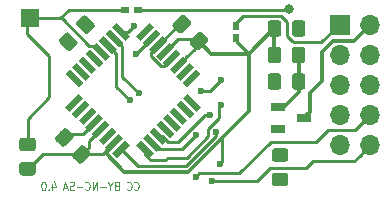
<source format=gbr>
G04 #@! TF.GenerationSoftware,KiCad,Pcbnew,(5.1.6)-1*
G04 #@! TF.CreationDate,2020-11-13T23:12:39+01:00*
G04 #@! TF.ProjectId,AskSin-Analyzer-XS-RPi,41736b53-696e-42d4-916e-616c797a6572,rev?*
G04 #@! TF.SameCoordinates,Original*
G04 #@! TF.FileFunction,Copper,L2,Bot*
G04 #@! TF.FilePolarity,Positive*
%FSLAX46Y46*%
G04 Gerber Fmt 4.6, Leading zero omitted, Abs format (unit mm)*
G04 Created by KiCad (PCBNEW (5.1.6)-1) date 2020-11-13 23:12:39*
%MOMM*%
%LPD*%
G01*
G04 APERTURE LIST*
G04 #@! TA.AperFunction,NonConductor*
%ADD10C,0.110000*%
G04 #@! TD*
G04 #@! TA.AperFunction,SMDPad,CuDef*
%ADD11R,0.500000X0.800000*%
G04 #@! TD*
G04 #@! TA.AperFunction,SMDPad,CuDef*
%ADD12R,0.800000X0.500000*%
G04 #@! TD*
G04 #@! TA.AperFunction,SMDPad,CuDef*
%ADD13R,1.500000X1.500000*%
G04 #@! TD*
G04 #@! TA.AperFunction,SMDPad,CuDef*
%ADD14R,1.200000X0.800000*%
G04 #@! TD*
G04 #@! TA.AperFunction,ComponentPad*
%ADD15O,1.700000X1.700000*%
G04 #@! TD*
G04 #@! TA.AperFunction,ComponentPad*
%ADD16R,1.700000X1.700000*%
G04 #@! TD*
G04 #@! TA.AperFunction,SMDPad,CuDef*
%ADD17C,0.100000*%
G04 #@! TD*
G04 #@! TA.AperFunction,ViaPad*
%ADD18C,0.600000*%
G04 #@! TD*
G04 #@! TA.AperFunction,ViaPad*
%ADD19C,0.800000*%
G04 #@! TD*
G04 #@! TA.AperFunction,Conductor*
%ADD20C,0.250000*%
G04 #@! TD*
G04 #@! TA.AperFunction,Conductor*
%ADD21C,0.300000*%
G04 #@! TD*
G04 APERTURE END LIST*
D10*
X145557142Y-99500000D02*
X145585714Y-99533333D01*
X145671428Y-99566666D01*
X145728571Y-99566666D01*
X145814285Y-99533333D01*
X145871428Y-99466666D01*
X145900000Y-99400000D01*
X145928571Y-99266666D01*
X145928571Y-99166666D01*
X145900000Y-99033333D01*
X145871428Y-98966666D01*
X145814285Y-98900000D01*
X145728571Y-98866666D01*
X145671428Y-98866666D01*
X145585714Y-98900000D01*
X145557142Y-98933333D01*
X144957142Y-99500000D02*
X144985714Y-99533333D01*
X145071428Y-99566666D01*
X145128571Y-99566666D01*
X145214285Y-99533333D01*
X145271428Y-99466666D01*
X145300000Y-99400000D01*
X145328571Y-99266666D01*
X145328571Y-99166666D01*
X145300000Y-99033333D01*
X145271428Y-98966666D01*
X145214285Y-98900000D01*
X145128571Y-98866666D01*
X145071428Y-98866666D01*
X144985714Y-98900000D01*
X144957142Y-98933333D01*
X144042857Y-99200000D02*
X143957142Y-99233333D01*
X143928571Y-99266666D01*
X143900000Y-99333333D01*
X143900000Y-99433333D01*
X143928571Y-99500000D01*
X143957142Y-99533333D01*
X144014285Y-99566666D01*
X144242857Y-99566666D01*
X144242857Y-98866666D01*
X144042857Y-98866666D01*
X143985714Y-98900000D01*
X143957142Y-98933333D01*
X143928571Y-99000000D01*
X143928571Y-99066666D01*
X143957142Y-99133333D01*
X143985714Y-99166666D01*
X144042857Y-99200000D01*
X144242857Y-99200000D01*
X143528571Y-99233333D02*
X143528571Y-99566666D01*
X143728571Y-98866666D02*
X143528571Y-99233333D01*
X143328571Y-98866666D01*
X143128571Y-99300000D02*
X142671428Y-99300000D01*
X142385714Y-99566666D02*
X142385714Y-98866666D01*
X142042857Y-99566666D01*
X142042857Y-98866666D01*
X141414285Y-99500000D02*
X141442857Y-99533333D01*
X141528571Y-99566666D01*
X141585714Y-99566666D01*
X141671428Y-99533333D01*
X141728571Y-99466666D01*
X141757142Y-99400000D01*
X141785714Y-99266666D01*
X141785714Y-99166666D01*
X141757142Y-99033333D01*
X141728571Y-98966666D01*
X141671428Y-98900000D01*
X141585714Y-98866666D01*
X141528571Y-98866666D01*
X141442857Y-98900000D01*
X141414285Y-98933333D01*
X141157142Y-99300000D02*
X140700000Y-99300000D01*
X140442857Y-99533333D02*
X140357142Y-99566666D01*
X140214285Y-99566666D01*
X140157142Y-99533333D01*
X140128571Y-99500000D01*
X140100000Y-99433333D01*
X140100000Y-99366666D01*
X140128571Y-99300000D01*
X140157142Y-99266666D01*
X140214285Y-99233333D01*
X140328571Y-99200000D01*
X140385714Y-99166666D01*
X140414285Y-99133333D01*
X140442857Y-99066666D01*
X140442857Y-99000000D01*
X140414285Y-98933333D01*
X140385714Y-98900000D01*
X140328571Y-98866666D01*
X140185714Y-98866666D01*
X140100000Y-98900000D01*
X139871428Y-99366666D02*
X139585714Y-99366666D01*
X139928571Y-99566666D02*
X139728571Y-98866666D01*
X139528571Y-99566666D01*
X138614285Y-99100000D02*
X138614285Y-99566666D01*
X138757142Y-98833333D02*
X138900000Y-99333333D01*
X138528571Y-99333333D01*
X138300000Y-99500000D02*
X138271428Y-99533333D01*
X138300000Y-99566666D01*
X138328571Y-99533333D01*
X138300000Y-99500000D01*
X138300000Y-99566666D01*
X137900000Y-98866666D02*
X137842857Y-98866666D01*
X137785714Y-98900000D01*
X137757142Y-98933333D01*
X137728571Y-99000000D01*
X137700000Y-99133333D01*
X137700000Y-99300000D01*
X137728571Y-99433333D01*
X137757142Y-99500000D01*
X137785714Y-99533333D01*
X137842857Y-99566666D01*
X137900000Y-99566666D01*
X137957142Y-99533333D01*
X137985714Y-99500000D01*
X138014285Y-99433333D01*
X138042857Y-99300000D01*
X138042857Y-99133333D01*
X138014285Y-99000000D01*
X137985714Y-98933333D01*
X137957142Y-98900000D01*
X137900000Y-98866666D01*
D11*
X154200000Y-86700000D03*
X154200000Y-85700000D03*
D12*
X144800000Y-84300000D03*
X145850000Y-84300000D03*
D13*
X136700000Y-85050000D03*
D14*
X157700000Y-94450000D03*
X157700000Y-92550000D03*
X159950000Y-93500000D03*
G04 #@! TA.AperFunction,SMDPad,CuDef*
G36*
G01*
X160050000Y-87699999D02*
X160050000Y-88600001D01*
G75*
G02*
X159800001Y-88850000I-249999J0D01*
G01*
X159149999Y-88850000D01*
G75*
G02*
X158900000Y-88600001I0J249999D01*
G01*
X158900000Y-87699999D01*
G75*
G02*
X159149999Y-87450000I249999J0D01*
G01*
X159800001Y-87450000D01*
G75*
G02*
X160050000Y-87699999I0J-249999D01*
G01*
G37*
G04 #@! TD.AperFunction*
G04 #@! TA.AperFunction,SMDPad,CuDef*
G36*
G01*
X158000000Y-87699999D02*
X158000000Y-88600001D01*
G75*
G02*
X157750001Y-88850000I-249999J0D01*
G01*
X157099999Y-88850000D01*
G75*
G02*
X156850000Y-88600001I0J249999D01*
G01*
X156850000Y-87699999D01*
G75*
G02*
X157099999Y-87450000I249999J0D01*
G01*
X157750001Y-87450000D01*
G75*
G02*
X158000000Y-87699999I0J-249999D01*
G01*
G37*
G04 #@! TD.AperFunction*
D15*
X165540000Y-95760000D03*
X163000000Y-95760000D03*
X165540000Y-93220000D03*
X163000000Y-93220000D03*
X165540000Y-90680000D03*
X163000000Y-90680000D03*
X165540000Y-88140000D03*
X163000000Y-88140000D03*
X165540000Y-85600000D03*
D16*
X163000000Y-85600000D03*
G04 #@! TA.AperFunction,SMDPad,CuDef*
G36*
G01*
X136975001Y-96300000D02*
X136074999Y-96300000D01*
G75*
G02*
X135825000Y-96050001I0J249999D01*
G01*
X135825000Y-95399999D01*
G75*
G02*
X136074999Y-95150000I249999J0D01*
G01*
X136975001Y-95150000D01*
G75*
G02*
X137225000Y-95399999I0J-249999D01*
G01*
X137225000Y-96050001D01*
G75*
G02*
X136975001Y-96300000I-249999J0D01*
G01*
G37*
G04 #@! TD.AperFunction*
G04 #@! TA.AperFunction,SMDPad,CuDef*
G36*
G01*
X136975001Y-98350000D02*
X136074999Y-98350000D01*
G75*
G02*
X135825000Y-98100001I0J249999D01*
G01*
X135825000Y-97449999D01*
G75*
G02*
X136074999Y-97200000I249999J0D01*
G01*
X136975001Y-97200000D01*
G75*
G02*
X137225000Y-97449999I0J-249999D01*
G01*
X137225000Y-98100001D01*
G75*
G02*
X136975001Y-98350000I-249999J0D01*
G01*
G37*
G04 #@! TD.AperFunction*
G04 #@! TA.AperFunction,SMDPad,CuDef*
G36*
G01*
X140063604Y-86299999D02*
X140700001Y-86936396D01*
G75*
G02*
X140700001Y-87289948I-176776J-176776D01*
G01*
X140240380Y-87749569D01*
G75*
G02*
X139886828Y-87749569I-176776J176776D01*
G01*
X139250431Y-87113172D01*
G75*
G02*
X139250431Y-86759620I176776J176776D01*
G01*
X139710052Y-86299999D01*
G75*
G02*
X140063604Y-86299999I176776J-176776D01*
G01*
G37*
G04 #@! TD.AperFunction*
G04 #@! TA.AperFunction,SMDPad,CuDef*
G36*
G01*
X141513172Y-84850431D02*
X142149569Y-85486828D01*
G75*
G02*
X142149569Y-85840380I-176776J-176776D01*
G01*
X141689948Y-86300001D01*
G75*
G02*
X141336396Y-86300001I-176776J176776D01*
G01*
X140699999Y-85663604D01*
G75*
G02*
X140699999Y-85310052I176776J176776D01*
G01*
X141159620Y-84850431D01*
G75*
G02*
X141513172Y-84850431I176776J-176776D01*
G01*
G37*
G04 #@! TD.AperFunction*
G04 #@! TA.AperFunction,SMDPad,CuDef*
G36*
G01*
X158350001Y-97200000D02*
X157449999Y-97200000D01*
G75*
G02*
X157200000Y-96950001I0J249999D01*
G01*
X157200000Y-96299999D01*
G75*
G02*
X157449999Y-96050000I249999J0D01*
G01*
X158350001Y-96050000D01*
G75*
G02*
X158600000Y-96299999I0J-249999D01*
G01*
X158600000Y-96950001D01*
G75*
G02*
X158350001Y-97200000I-249999J0D01*
G01*
G37*
G04 #@! TD.AperFunction*
G04 #@! TA.AperFunction,SMDPad,CuDef*
G36*
G01*
X158350001Y-99250000D02*
X157449999Y-99250000D01*
G75*
G02*
X157200000Y-99000001I0J249999D01*
G01*
X157200000Y-98349999D01*
G75*
G02*
X157449999Y-98100000I249999J0D01*
G01*
X158350001Y-98100000D01*
G75*
G02*
X158600000Y-98349999I0J-249999D01*
G01*
X158600000Y-99000001D01*
G75*
G02*
X158350001Y-99250000I-249999J0D01*
G01*
G37*
G04 #@! TD.AperFunction*
G04 #@! TA.AperFunction,SMDPad,CuDef*
G36*
G01*
X140350001Y-95213604D02*
X139713604Y-95850001D01*
G75*
G02*
X139360052Y-95850001I-176776J176776D01*
G01*
X138900431Y-95390380D01*
G75*
G02*
X138900431Y-95036828I176776J176776D01*
G01*
X139536828Y-94400431D01*
G75*
G02*
X139890380Y-94400431I176776J-176776D01*
G01*
X140350001Y-94860052D01*
G75*
G02*
X140350001Y-95213604I-176776J-176776D01*
G01*
G37*
G04 #@! TD.AperFunction*
G04 #@! TA.AperFunction,SMDPad,CuDef*
G36*
G01*
X141799569Y-96663172D02*
X141163172Y-97299569D01*
G75*
G02*
X140809620Y-97299569I-176776J176776D01*
G01*
X140349999Y-96839948D01*
G75*
G02*
X140349999Y-96486396I176776J176776D01*
G01*
X140986396Y-95849999D01*
G75*
G02*
X141339948Y-95849999I176776J-176776D01*
G01*
X141799569Y-96309620D01*
G75*
G02*
X141799569Y-96663172I-176776J-176776D01*
G01*
G37*
G04 #@! TD.AperFunction*
G04 #@! TA.AperFunction,SMDPad,CuDef*
G36*
G01*
X150300001Y-85613604D02*
X149663604Y-86250001D01*
G75*
G02*
X149310052Y-86250001I-176776J176776D01*
G01*
X148850431Y-85790380D01*
G75*
G02*
X148850431Y-85436828I176776J176776D01*
G01*
X149486828Y-84800431D01*
G75*
G02*
X149840380Y-84800431I176776J-176776D01*
G01*
X150300001Y-85260052D01*
G75*
G02*
X150300001Y-85613604I-176776J-176776D01*
G01*
G37*
G04 #@! TD.AperFunction*
G04 #@! TA.AperFunction,SMDPad,CuDef*
G36*
G01*
X151749569Y-87063172D02*
X151113172Y-87699569D01*
G75*
G02*
X150759620Y-87699569I-176776J176776D01*
G01*
X150299999Y-87239948D01*
G75*
G02*
X150299999Y-86886396I176776J176776D01*
G01*
X150936396Y-86249999D01*
G75*
G02*
X151289948Y-86249999I176776J-176776D01*
G01*
X151749569Y-86709620D01*
G75*
G02*
X151749569Y-87063172I-176776J-176776D01*
G01*
G37*
G04 #@! TD.AperFunction*
G04 #@! TA.AperFunction,SMDPad,CuDef*
D17*
G36*
X145184835Y-86536128D02*
G01*
X144795926Y-86925037D01*
X143664555Y-85793666D01*
X144053464Y-85404757D01*
X145184835Y-86536128D01*
G37*
G04 #@! TD.AperFunction*
G04 #@! TA.AperFunction,SMDPad,CuDef*
G36*
X144619150Y-87101814D02*
G01*
X144230241Y-87490723D01*
X143098870Y-86359352D01*
X143487779Y-85970443D01*
X144619150Y-87101814D01*
G37*
G04 #@! TD.AperFunction*
G04 #@! TA.AperFunction,SMDPad,CuDef*
G36*
X144053464Y-87667499D02*
G01*
X143664555Y-88056408D01*
X142533184Y-86925037D01*
X142922093Y-86536128D01*
X144053464Y-87667499D01*
G37*
G04 #@! TD.AperFunction*
G04 #@! TA.AperFunction,SMDPad,CuDef*
G36*
X143487779Y-88233184D02*
G01*
X143098870Y-88622093D01*
X141967499Y-87490722D01*
X142356408Y-87101813D01*
X143487779Y-88233184D01*
G37*
G04 #@! TD.AperFunction*
G04 #@! TA.AperFunction,SMDPad,CuDef*
G36*
X142922093Y-88798870D02*
G01*
X142533184Y-89187779D01*
X141401813Y-88056408D01*
X141790722Y-87667499D01*
X142922093Y-88798870D01*
G37*
G04 #@! TD.AperFunction*
G04 #@! TA.AperFunction,SMDPad,CuDef*
G36*
X142356408Y-89364555D02*
G01*
X141967499Y-89753464D01*
X140836128Y-88622093D01*
X141225037Y-88233184D01*
X142356408Y-89364555D01*
G37*
G04 #@! TD.AperFunction*
G04 #@! TA.AperFunction,SMDPad,CuDef*
G36*
X141790723Y-89930241D02*
G01*
X141401814Y-90319150D01*
X140270443Y-89187779D01*
X140659352Y-88798870D01*
X141790723Y-89930241D01*
G37*
G04 #@! TD.AperFunction*
G04 #@! TA.AperFunction,SMDPad,CuDef*
G36*
X141225037Y-90495926D02*
G01*
X140836128Y-90884835D01*
X139704757Y-89753464D01*
X140093666Y-89364555D01*
X141225037Y-90495926D01*
G37*
G04 #@! TD.AperFunction*
G04 #@! TA.AperFunction,SMDPad,CuDef*
G36*
X140836128Y-91415165D02*
G01*
X141225037Y-91804074D01*
X140093666Y-92935445D01*
X139704757Y-92546536D01*
X140836128Y-91415165D01*
G37*
G04 #@! TD.AperFunction*
G04 #@! TA.AperFunction,SMDPad,CuDef*
G36*
X141401814Y-91980850D02*
G01*
X141790723Y-92369759D01*
X140659352Y-93501130D01*
X140270443Y-93112221D01*
X141401814Y-91980850D01*
G37*
G04 #@! TD.AperFunction*
G04 #@! TA.AperFunction,SMDPad,CuDef*
G36*
X141967499Y-92546536D02*
G01*
X142356408Y-92935445D01*
X141225037Y-94066816D01*
X140836128Y-93677907D01*
X141967499Y-92546536D01*
G37*
G04 #@! TD.AperFunction*
G04 #@! TA.AperFunction,SMDPad,CuDef*
G36*
X142533184Y-93112221D02*
G01*
X142922093Y-93501130D01*
X141790722Y-94632501D01*
X141401813Y-94243592D01*
X142533184Y-93112221D01*
G37*
G04 #@! TD.AperFunction*
G04 #@! TA.AperFunction,SMDPad,CuDef*
G36*
X143098870Y-93677907D02*
G01*
X143487779Y-94066816D01*
X142356408Y-95198187D01*
X141967499Y-94809278D01*
X143098870Y-93677907D01*
G37*
G04 #@! TD.AperFunction*
G04 #@! TA.AperFunction,SMDPad,CuDef*
G36*
X143664555Y-94243592D02*
G01*
X144053464Y-94632501D01*
X142922093Y-95763872D01*
X142533184Y-95374963D01*
X143664555Y-94243592D01*
G37*
G04 #@! TD.AperFunction*
G04 #@! TA.AperFunction,SMDPad,CuDef*
G36*
X144230241Y-94809277D02*
G01*
X144619150Y-95198186D01*
X143487779Y-96329557D01*
X143098870Y-95940648D01*
X144230241Y-94809277D01*
G37*
G04 #@! TD.AperFunction*
G04 #@! TA.AperFunction,SMDPad,CuDef*
G36*
X144795926Y-95374963D02*
G01*
X145184835Y-95763872D01*
X144053464Y-96895243D01*
X143664555Y-96506334D01*
X144795926Y-95374963D01*
G37*
G04 #@! TD.AperFunction*
G04 #@! TA.AperFunction,SMDPad,CuDef*
G36*
X147235445Y-96506334D02*
G01*
X146846536Y-96895243D01*
X145715165Y-95763872D01*
X146104074Y-95374963D01*
X147235445Y-96506334D01*
G37*
G04 #@! TD.AperFunction*
G04 #@! TA.AperFunction,SMDPad,CuDef*
G36*
X147801130Y-95940648D02*
G01*
X147412221Y-96329557D01*
X146280850Y-95198186D01*
X146669759Y-94809277D01*
X147801130Y-95940648D01*
G37*
G04 #@! TD.AperFunction*
G04 #@! TA.AperFunction,SMDPad,CuDef*
G36*
X148366816Y-95374963D02*
G01*
X147977907Y-95763872D01*
X146846536Y-94632501D01*
X147235445Y-94243592D01*
X148366816Y-95374963D01*
G37*
G04 #@! TD.AperFunction*
G04 #@! TA.AperFunction,SMDPad,CuDef*
G36*
X148932501Y-94809278D02*
G01*
X148543592Y-95198187D01*
X147412221Y-94066816D01*
X147801130Y-93677907D01*
X148932501Y-94809278D01*
G37*
G04 #@! TD.AperFunction*
G04 #@! TA.AperFunction,SMDPad,CuDef*
G36*
X149498187Y-94243592D02*
G01*
X149109278Y-94632501D01*
X147977907Y-93501130D01*
X148366816Y-93112221D01*
X149498187Y-94243592D01*
G37*
G04 #@! TD.AperFunction*
G04 #@! TA.AperFunction,SMDPad,CuDef*
G36*
X150063872Y-93677907D02*
G01*
X149674963Y-94066816D01*
X148543592Y-92935445D01*
X148932501Y-92546536D01*
X150063872Y-93677907D01*
G37*
G04 #@! TD.AperFunction*
G04 #@! TA.AperFunction,SMDPad,CuDef*
G36*
X150629557Y-93112221D02*
G01*
X150240648Y-93501130D01*
X149109277Y-92369759D01*
X149498186Y-91980850D01*
X150629557Y-93112221D01*
G37*
G04 #@! TD.AperFunction*
G04 #@! TA.AperFunction,SMDPad,CuDef*
G36*
X151195243Y-92546536D02*
G01*
X150806334Y-92935445D01*
X149674963Y-91804074D01*
X150063872Y-91415165D01*
X151195243Y-92546536D01*
G37*
G04 #@! TD.AperFunction*
G04 #@! TA.AperFunction,SMDPad,CuDef*
G36*
X150806334Y-89364555D02*
G01*
X151195243Y-89753464D01*
X150063872Y-90884835D01*
X149674963Y-90495926D01*
X150806334Y-89364555D01*
G37*
G04 #@! TD.AperFunction*
G04 #@! TA.AperFunction,SMDPad,CuDef*
G36*
X150240648Y-88798870D02*
G01*
X150629557Y-89187779D01*
X149498186Y-90319150D01*
X149109277Y-89930241D01*
X150240648Y-88798870D01*
G37*
G04 #@! TD.AperFunction*
G04 #@! TA.AperFunction,SMDPad,CuDef*
G36*
X149674963Y-88233184D02*
G01*
X150063872Y-88622093D01*
X148932501Y-89753464D01*
X148543592Y-89364555D01*
X149674963Y-88233184D01*
G37*
G04 #@! TD.AperFunction*
G04 #@! TA.AperFunction,SMDPad,CuDef*
G36*
X149109278Y-87667499D02*
G01*
X149498187Y-88056408D01*
X148366816Y-89187779D01*
X147977907Y-88798870D01*
X149109278Y-87667499D01*
G37*
G04 #@! TD.AperFunction*
G04 #@! TA.AperFunction,SMDPad,CuDef*
G36*
X148543592Y-87101813D02*
G01*
X148932501Y-87490722D01*
X147801130Y-88622093D01*
X147412221Y-88233184D01*
X148543592Y-87101813D01*
G37*
G04 #@! TD.AperFunction*
G04 #@! TA.AperFunction,SMDPad,CuDef*
G36*
X147977907Y-86536128D02*
G01*
X148366816Y-86925037D01*
X147235445Y-88056408D01*
X146846536Y-87667499D01*
X147977907Y-86536128D01*
G37*
G04 #@! TD.AperFunction*
G04 #@! TA.AperFunction,SMDPad,CuDef*
G36*
X147412221Y-85970443D02*
G01*
X147801130Y-86359352D01*
X146669759Y-87490723D01*
X146280850Y-87101814D01*
X147412221Y-85970443D01*
G37*
G04 #@! TD.AperFunction*
G04 #@! TA.AperFunction,SMDPad,CuDef*
G36*
X146846536Y-85404757D02*
G01*
X147235445Y-85793666D01*
X146104074Y-86925037D01*
X145715165Y-86536128D01*
X146846536Y-85404757D01*
G37*
G04 #@! TD.AperFunction*
G04 #@! TA.AperFunction,SMDPad,CuDef*
G36*
G01*
X158900000Y-86350001D02*
X158900000Y-85449999D01*
G75*
G02*
X159149999Y-85200000I249999J0D01*
G01*
X159800001Y-85200000D01*
G75*
G02*
X160050000Y-85449999I0J-249999D01*
G01*
X160050000Y-86350001D01*
G75*
G02*
X159800001Y-86600000I-249999J0D01*
G01*
X159149999Y-86600000D01*
G75*
G02*
X158900000Y-86350001I0J249999D01*
G01*
G37*
G04 #@! TD.AperFunction*
G04 #@! TA.AperFunction,SMDPad,CuDef*
G36*
G01*
X156850000Y-86350001D02*
X156850000Y-85449999D01*
G75*
G02*
X157099999Y-85200000I249999J0D01*
G01*
X157750001Y-85200000D01*
G75*
G02*
X158000000Y-85449999I0J-249999D01*
G01*
X158000000Y-86350001D01*
G75*
G02*
X157750001Y-86600000I-249999J0D01*
G01*
X157099999Y-86600000D01*
G75*
G02*
X156850000Y-86350001I0J249999D01*
G01*
G37*
G04 #@! TD.AperFunction*
G04 #@! TA.AperFunction,SMDPad,CuDef*
G36*
G01*
X158000000Y-89949999D02*
X158000000Y-90850001D01*
G75*
G02*
X157750001Y-91100000I-249999J0D01*
G01*
X157099999Y-91100000D01*
G75*
G02*
X156850000Y-90850001I0J249999D01*
G01*
X156850000Y-89949999D01*
G75*
G02*
X157099999Y-89700000I249999J0D01*
G01*
X157750001Y-89700000D01*
G75*
G02*
X158000000Y-89949999I0J-249999D01*
G01*
G37*
G04 #@! TD.AperFunction*
G04 #@! TA.AperFunction,SMDPad,CuDef*
G36*
G01*
X160050000Y-89949999D02*
X160050000Y-90850001D01*
G75*
G02*
X159800001Y-91100000I-249999J0D01*
G01*
X159149999Y-91100000D01*
G75*
G02*
X158900000Y-90850001I0J249999D01*
G01*
X158900000Y-89949999D01*
G75*
G02*
X159149999Y-89700000I249999J0D01*
G01*
X159800001Y-89700000D01*
G75*
G02*
X160050000Y-89949999I0J-249999D01*
G01*
G37*
G04 #@! TD.AperFunction*
D18*
X157750000Y-90500000D03*
X157850000Y-94450000D03*
X159500000Y-85950000D03*
X157900000Y-96600000D03*
X149775216Y-85325216D03*
X139490900Y-94834532D03*
X157900000Y-98800000D03*
X152800000Y-97350000D03*
X145917500Y-91392500D03*
X152100000Y-98800000D03*
X145200000Y-91975000D03*
X150775000Y-98475000D03*
X145500000Y-85650000D03*
X152500000Y-94650000D03*
X152925000Y-92350000D03*
X150750000Y-94950000D03*
X152000000Y-93200000D03*
X139950000Y-87000000D03*
X152907500Y-90267500D03*
X151200000Y-91200000D03*
X145700000Y-88050000D03*
X141500000Y-85450000D03*
D19*
X158650000Y-84250000D03*
D20*
X141525558Y-94508756D02*
X142161953Y-93872361D01*
X141199782Y-94834532D02*
X141525558Y-94508756D01*
X139490900Y-94834532D02*
X139490900Y-94834532D01*
X146970281Y-87932663D02*
X147606676Y-87296268D01*
X146970281Y-88250879D02*
X146970281Y-87932663D01*
X147783436Y-89064034D02*
X146970281Y-88250879D01*
X148101652Y-89064034D02*
X147783436Y-89064034D01*
X148738047Y-88427639D02*
X148101652Y-89064034D01*
X149577728Y-85325216D02*
X149775216Y-85325216D01*
X147606676Y-87296268D02*
X149577728Y-85325216D01*
X149775216Y-85325216D02*
X149775216Y-85325216D01*
X139490900Y-94834532D02*
X141199782Y-94834532D01*
D21*
X160400010Y-92949990D02*
X160400010Y-91363990D01*
X159850000Y-93500000D02*
X160400010Y-92949990D01*
X160400010Y-91363990D02*
X161457000Y-90307000D01*
X161457000Y-87906998D02*
X161457000Y-90307000D01*
X162423999Y-86939999D02*
X161457000Y-87906998D01*
X163576001Y-86939999D02*
X162423999Y-86939999D01*
X163586002Y-86950000D02*
X163576001Y-86939999D01*
X164190000Y-86950000D02*
X163586002Y-86950000D01*
X165540000Y-85600000D02*
X164190000Y-86950000D01*
D20*
X142727639Y-94496929D02*
X142727639Y-94438047D01*
X143144327Y-96284100D02*
X143222615Y-96205812D01*
X143144327Y-96284100D02*
X143214545Y-96213882D01*
X149940127Y-88356929D02*
X149303732Y-88993324D01*
X150659100Y-87637956D02*
X149940127Y-88356929D01*
X150659100Y-87340468D02*
X150659100Y-87637956D01*
X151224784Y-86774784D02*
X150659100Y-87340468D01*
X149259530Y-86774784D02*
X148172361Y-87861953D01*
X151224784Y-86774784D02*
X149259530Y-86774784D01*
D21*
X143222615Y-96205812D02*
X143859010Y-95569417D01*
X143222615Y-96559385D02*
X143222615Y-96205812D01*
X144713240Y-98050010D02*
X143222615Y-96559385D01*
X150108165Y-98050010D02*
X144713240Y-98050010D01*
X155275000Y-90800000D02*
X155275000Y-92883173D01*
X152966587Y-95191587D02*
X150108165Y-98050010D01*
X155275000Y-92883173D02*
X152966587Y-95191587D01*
X155275000Y-90800000D02*
X155275000Y-89900000D01*
D20*
X142091244Y-95074442D02*
X142727639Y-94438047D01*
X141740468Y-95425218D02*
X142091244Y-95074442D01*
X141740468Y-95934100D02*
X141740468Y-95425218D01*
X141174784Y-96499784D02*
X141740468Y-95934100D01*
X142928643Y-96499784D02*
X143859010Y-95569417D01*
X141174784Y-96499784D02*
X142928643Y-96499784D01*
X137800216Y-96499784D02*
X136525000Y-97775000D01*
X141174784Y-96499784D02*
X137800216Y-96499784D01*
X152966587Y-95191587D02*
X152966587Y-97183413D01*
X152966587Y-97183413D02*
X152800000Y-97350000D01*
X152800000Y-97350000D02*
X152800000Y-97350000D01*
D21*
X157425000Y-85900000D02*
X157425000Y-88150000D01*
X157400000Y-85900000D02*
X155275000Y-88025000D01*
X157425000Y-85900000D02*
X157400000Y-85900000D01*
X155275000Y-88025000D02*
X155275000Y-90800000D01*
X152075000Y-88025000D02*
X151024784Y-86974784D01*
X155275000Y-88025000D02*
X152075000Y-88025000D01*
D20*
X154200000Y-86950000D02*
X155275000Y-88025000D01*
X154200000Y-86700000D02*
X154200000Y-86950000D01*
X163000000Y-85600000D02*
X162300000Y-85600000D01*
X162850000Y-85600000D02*
X163000000Y-85600000D01*
X158925010Y-86925010D02*
X159050000Y-87050000D01*
X158911820Y-86925010D02*
X158925010Y-86925010D01*
X159050000Y-87050000D02*
X161400000Y-87050000D01*
X154200000Y-85450000D02*
X154775010Y-84874990D01*
X161400000Y-87050000D02*
X162850000Y-85600000D01*
X154200000Y-85700000D02*
X154200000Y-85450000D01*
X154775010Y-84874990D02*
X157988180Y-84874990D01*
X157988180Y-84874990D02*
X158500000Y-85386810D01*
X158500000Y-86513190D02*
X158911820Y-86925010D01*
X158500000Y-85386810D02*
X158500000Y-86513190D01*
X144495405Y-87366978D02*
X144495405Y-89970405D01*
X143859010Y-86730583D02*
X144495405Y-87366978D01*
X144495405Y-89970405D02*
X145917500Y-91392500D01*
X145925000Y-91400000D02*
X145925000Y-91400000D01*
X155400000Y-98800000D02*
X155950000Y-98800000D01*
X155400000Y-98800000D02*
X155600000Y-98800000D01*
X152100000Y-98800000D02*
X155400000Y-98800000D01*
X157075010Y-97674990D02*
X160124990Y-97674990D01*
X155950000Y-98800000D02*
X157075010Y-97674990D01*
X164200010Y-97149990D02*
X164650000Y-96700000D01*
X160649990Y-97149990D02*
X164200010Y-97149990D01*
X160124990Y-97674990D02*
X160649990Y-97149990D01*
X164650000Y-96700000D02*
X165540000Y-95760000D01*
X145917500Y-91392500D02*
X145925000Y-91400000D01*
X144045395Y-88048339D02*
X144045395Y-90820395D01*
X143293324Y-87296268D02*
X144045395Y-88048339D01*
X144045395Y-90820395D02*
X145200000Y-91975000D01*
X145200000Y-91975000D02*
X145200000Y-91975000D01*
X164260000Y-94500000D02*
X161949980Y-94500000D01*
X157100010Y-95499990D02*
X154425001Y-98174999D01*
X154425001Y-98174999D02*
X151075001Y-98174999D01*
X165540000Y-93220000D02*
X164260000Y-94500000D01*
X161949980Y-94500000D02*
X160949990Y-95499990D01*
X151075001Y-98174999D02*
X150775000Y-98475000D01*
X160949990Y-95499990D02*
X157100010Y-95499990D01*
X144985103Y-86164897D02*
X145500000Y-85650000D01*
X144424695Y-86164897D02*
X144985103Y-86164897D01*
X144424695Y-96135103D02*
X145864592Y-97575000D01*
X149911410Y-97575000D02*
X152500000Y-94986410D01*
X145864592Y-97575000D02*
X149911410Y-97575000D01*
X152500000Y-94986410D02*
X152500000Y-94650000D01*
X152500000Y-94650000D02*
X152500000Y-94650000D01*
X152925000Y-92350000D02*
X152925000Y-92350000D01*
X152725000Y-93499998D02*
X152725000Y-92550000D01*
X152725000Y-92550000D02*
X152925000Y-92350000D01*
X151812499Y-94412499D02*
X152725000Y-93499998D01*
X151812499Y-95037501D02*
X151812499Y-94412499D01*
X150000000Y-96850000D02*
X151812499Y-95037501D01*
X146475305Y-96575305D02*
X146975001Y-97075001D01*
X148175001Y-97075001D02*
X148400002Y-96850000D01*
X146475305Y-96135103D02*
X146475305Y-96575305D01*
X148400002Y-96850000D02*
X150000000Y-96850000D01*
X146975001Y-97075001D02*
X148175001Y-97075001D01*
X147040990Y-95569417D02*
X147040990Y-95615990D01*
X147040990Y-95569417D02*
X147560455Y-96088882D01*
X147560455Y-96088882D02*
X149611118Y-96088882D01*
X149611118Y-96088882D02*
X150750000Y-94950000D01*
X150750000Y-94950000D02*
X150750000Y-94950000D01*
X149251801Y-95523197D02*
X151549998Y-93225000D01*
X148408967Y-95523197D02*
X149251801Y-95523197D01*
X151549998Y-93225000D02*
X152000000Y-93225000D01*
X147889502Y-95003732D02*
X148408967Y-95523197D01*
X147606676Y-95003732D02*
X147889502Y-95003732D01*
X152875000Y-90300000D02*
X152875000Y-90300000D01*
X152875000Y-90300000D02*
X151975000Y-91200000D01*
X151200000Y-91200000D02*
X151975000Y-91200000D01*
X146404595Y-87366978D02*
X146383022Y-87366978D01*
X147040990Y-86730583D02*
X146404595Y-87366978D01*
X146383022Y-87366978D02*
X145705000Y-88045000D01*
X145700000Y-88050000D02*
X145700000Y-88050000D01*
X145705000Y-88045000D02*
X145700000Y-88050000D01*
X159475000Y-88150000D02*
X159475000Y-87950000D01*
X159475000Y-90400000D02*
X159475000Y-90200000D01*
D21*
X157850000Y-92550000D02*
X158200000Y-92550000D01*
X159475000Y-91275000D02*
X159475000Y-90400000D01*
X158200000Y-92550000D02*
X159475000Y-91275000D01*
X159475000Y-90400000D02*
X159475000Y-88150000D01*
D20*
X158600000Y-84300000D02*
X158650000Y-84250000D01*
X145850000Y-84300000D02*
X158600000Y-84300000D01*
X138350000Y-88250000D02*
X138350000Y-91725000D01*
X138350000Y-91725000D02*
X136525000Y-93550000D01*
X136475000Y-86375000D02*
X138350000Y-88250000D01*
X136525000Y-93550000D02*
X136525000Y-96125000D01*
X142727639Y-87861953D02*
X142727639Y-87627639D01*
X136475000Y-84975000D02*
X136475000Y-86375000D01*
X142208175Y-87342489D02*
X141742489Y-87342489D01*
X142727639Y-87861953D02*
X142208175Y-87342489D01*
X141742489Y-87342489D02*
X139450000Y-85050000D01*
X136700000Y-85050000D02*
X138850000Y-85050000D01*
X144800000Y-84300000D02*
X140000000Y-84300000D01*
X140000000Y-84300000D02*
X139250000Y-85050000D01*
X139450000Y-85050000D02*
X139250000Y-85050000D01*
X139250000Y-85050000D02*
X138850000Y-85050000D01*
M02*

</source>
